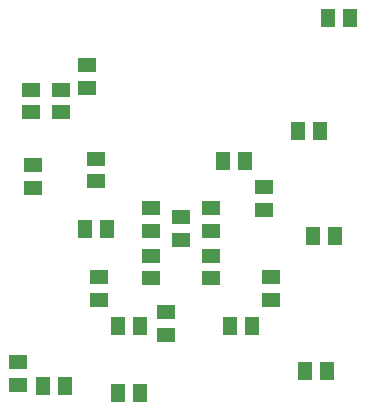
<source format=gbp>
G75*
%MOIN*%
%OFA0B0*%
%FSLAX24Y24*%
%IPPOS*%
%LPD*%
%AMOC8*
5,1,8,0,0,1.08239X$1,22.5*
%
%ADD10R,0.0591X0.0512*%
%ADD11R,0.0512X0.0591*%
D10*
X014191Y011413D03*
X014191Y012161D03*
X016896Y014256D03*
X016896Y015004D03*
X018646Y014967D03*
X018646Y015715D03*
X018646Y016545D03*
X018646Y017293D03*
X019646Y017004D03*
X019646Y016256D03*
X020646Y016545D03*
X020646Y017293D03*
X020646Y015715D03*
X020646Y014967D03*
X019146Y013833D03*
X019146Y013085D03*
X022646Y014256D03*
X022646Y015004D03*
X022396Y017256D03*
X022396Y018004D03*
X016804Y018203D03*
X016804Y018951D03*
X015646Y020506D03*
X015646Y021254D03*
X016516Y021323D03*
X016516Y022071D03*
X014646Y021254D03*
X014646Y020506D03*
X014695Y018728D03*
X014695Y017980D03*
D11*
X016430Y016612D03*
X017178Y016612D03*
X017522Y013380D03*
X018270Y013380D03*
X018270Y011130D03*
X017522Y011130D03*
X015770Y011380D03*
X015022Y011380D03*
X021272Y013380D03*
X022020Y013380D03*
X023772Y011880D03*
X024520Y011880D03*
X024770Y016380D03*
X024022Y016380D03*
X021770Y018880D03*
X021022Y018880D03*
X023522Y019880D03*
X024270Y019880D03*
X024522Y023630D03*
X025270Y023630D03*
M02*

</source>
